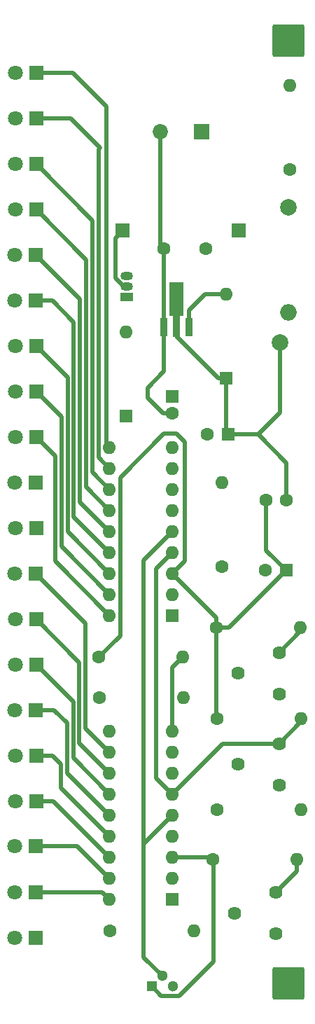
<source format=gbr>
%TF.GenerationSoftware,KiCad,Pcbnew,6.0.8-f2edbf62ab~116~ubuntu20.04.1*%
%TF.CreationDate,2022-11-01T19:33:50+01:00*%
%TF.ProjectId,temp,74656d70-2e6b-4696-9361-645f70636258,rev?*%
%TF.SameCoordinates,Original*%
%TF.FileFunction,Copper,L1,Top*%
%TF.FilePolarity,Positive*%
%FSLAX46Y46*%
G04 Gerber Fmt 4.6, Leading zero omitted, Abs format (unit mm)*
G04 Created by KiCad (PCBNEW 6.0.8-f2edbf62ab~116~ubuntu20.04.1) date 2022-11-01 19:33:50*
%MOMM*%
%LPD*%
G01*
G04 APERTURE LIST*
G04 Aperture macros list*
%AMRoundRect*
0 Rectangle with rounded corners*
0 $1 Rounding radius*
0 $2 $3 $4 $5 $6 $7 $8 $9 X,Y pos of 4 corners*
0 Add a 4 corners polygon primitive as box body*
4,1,4,$2,$3,$4,$5,$6,$7,$8,$9,$2,$3,0*
0 Add four circle primitives for the rounded corners*
1,1,$1+$1,$2,$3*
1,1,$1+$1,$4,$5*
1,1,$1+$1,$6,$7*
1,1,$1+$1,$8,$9*
0 Add four rect primitives between the rounded corners*
20,1,$1+$1,$2,$3,$4,$5,0*
20,1,$1+$1,$4,$5,$6,$7,0*
20,1,$1+$1,$6,$7,$8,$9,0*
20,1,$1+$1,$8,$9,$2,$3,0*%
%AMFreePoly0*
4,1,9,5.362500,-0.866500,1.237500,-0.866500,1.237500,-0.450000,-1.237500,-0.450000,-1.237500,0.450000,1.237500,0.450000,1.237500,0.866500,5.362500,0.866500,5.362500,-0.866500,5.362500,-0.866500,$1*%
G04 Aperture macros list end*
%TA.AperFunction,ComponentPad*%
%ADD10RoundRect,0.250002X-1.699998X-1.699998X1.699998X-1.699998X1.699998X1.699998X-1.699998X1.699998X0*%
%TD*%
%TA.AperFunction,ComponentPad*%
%ADD11R,1.800000X1.800000*%
%TD*%
%TA.AperFunction,ComponentPad*%
%ADD12C,1.800000*%
%TD*%
%TA.AperFunction,ComponentPad*%
%ADD13C,1.600000*%
%TD*%
%TA.AperFunction,ComponentPad*%
%ADD14O,1.600000X1.600000*%
%TD*%
%TA.AperFunction,ComponentPad*%
%ADD15C,1.620000*%
%TD*%
%TA.AperFunction,ComponentPad*%
%ADD16R,1.600000X1.600000*%
%TD*%
%TA.AperFunction,ComponentPad*%
%ADD17R,1.850000X1.850000*%
%TD*%
%TA.AperFunction,ComponentPad*%
%ADD18C,1.850000*%
%TD*%
%TA.AperFunction,ComponentPad*%
%ADD19R,1.300000X1.300000*%
%TD*%
%TA.AperFunction,ComponentPad*%
%ADD20C,1.300000*%
%TD*%
%TA.AperFunction,ComponentPad*%
%ADD21R,1.500000X1.050000*%
%TD*%
%TA.AperFunction,ComponentPad*%
%ADD22O,1.500000X1.050000*%
%TD*%
%TA.AperFunction,SMDPad,CuDef*%
%ADD23R,0.900000X2.300000*%
%TD*%
%TA.AperFunction,SMDPad,CuDef*%
%ADD24FreePoly0,90.000000*%
%TD*%
%TA.AperFunction,ComponentPad*%
%ADD25C,2.000000*%
%TD*%
%TA.AperFunction,ComponentPad*%
%ADD26O,2.000000X2.000000*%
%TD*%
%TA.AperFunction,SMDPad,CuDef*%
%ADD27C,2.000000*%
%TD*%
%TA.AperFunction,ComponentPad*%
%ADD28R,1.700000X1.700000*%
%TD*%
%TA.AperFunction,Conductor*%
%ADD29C,0.500000*%
%TD*%
G04 APERTURE END LIST*
D10*
%TO.P,Solar+,1,Pin_1*%
%TO.N,/supply/Solar+*%
X152000000Y-37000000D03*
%TD*%
D11*
%TO.P,D7,1,K*%
%TO.N,Net-(D7-Pad1)*%
X121537790Y-123461464D03*
D12*
%TO.P,D7,2,A*%
%TO.N,/temp_indicator/5V*%
X118997790Y-123461464D03*
%TD*%
D11*
%TO.P,D14,1,K*%
%TO.N,Net-(D14-Pad1)*%
X121537790Y-84961464D03*
D12*
%TO.P,D14,2,A*%
%TO.N,/temp_indicator/5V*%
X118997790Y-84961464D03*
%TD*%
D13*
%TO.P,R9,1*%
%TO.N,/temp_indicator/5V*%
X143340000Y-108000000D03*
D14*
%TO.P,R9,2*%
%TO.N,Net-(R10-Pad1)*%
X153500000Y-108000000D03*
%TD*%
D15*
%TO.P,R6,1*%
%TO.N,Net-(R5-Pad2)*%
X150500000Y-140000000D03*
%TO.P,R6,2*%
%TO.N,GND*%
X145500000Y-142500000D03*
%TO.P,R6,3*%
%TO.N,N/C*%
X150500000Y-145000000D03*
%TD*%
D11*
%TO.P,D3,1,K*%
%TO.N,Net-(D3-Pad1)*%
X121500000Y-145500000D03*
D12*
%TO.P,D3,2,A*%
%TO.N,/temp_indicator/5V*%
X118960000Y-145500000D03*
%TD*%
D11*
%TO.P,D9,1,K*%
%TO.N,Net-(D9-Pad1)*%
X121537790Y-112461464D03*
D12*
%TO.P,D9,2,A*%
%TO.N,/temp_indicator/5V*%
X118997790Y-112461464D03*
%TD*%
D16*
%TO.P,U5,1,LED1*%
%TO.N,Net-(D13-Pad1)*%
X138000000Y-106500000D03*
D14*
%TO.P,U5,2,V-*%
%TO.N,GND*%
X138000000Y-103960000D03*
%TO.P,U5,3,V+*%
%TO.N,/temp_indicator/5V*%
X138000000Y-101420000D03*
%TO.P,U5,4,RLO*%
%TO.N,Net-(R7-Pad2)*%
X138000000Y-98880000D03*
%TO.P,U5,5,SIG*%
%TO.N,Net-(U3-Pad2)*%
X138000000Y-96340000D03*
%TO.P,U5,6,RHI*%
%TO.N,Net-(R10-Pad1)*%
X138000000Y-93800000D03*
%TO.P,U5,7,REFOUT*%
%TO.N,Net-(R12-Pad1)*%
X138000000Y-91260000D03*
%TO.P,U5,8,REFADJ*%
%TO.N,GND*%
X138000000Y-88720000D03*
%TO.P,U5,9,MODE*%
%TO.N,unconnected-(U5-Pad9)*%
X138000000Y-86180000D03*
%TO.P,U5,10,LED10*%
%TO.N,Net-(D22-Pad1)*%
X130380000Y-86180000D03*
%TO.P,U5,11,LED9*%
%TO.N,Net-(D21-Pad1)*%
X130380000Y-88720000D03*
%TO.P,U5,12,LED8*%
%TO.N,Net-(D20-Pad1)*%
X130380000Y-91260000D03*
%TO.P,U5,13,LED7*%
%TO.N,Net-(D19-Pad1)*%
X130380000Y-93800000D03*
%TO.P,U5,14,LED6*%
%TO.N,Net-(D18-Pad1)*%
X130380000Y-96340000D03*
%TO.P,U5,15,LED5*%
%TO.N,Net-(D17-Pad1)*%
X130380000Y-98880000D03*
%TO.P,U5,16,LED4*%
%TO.N,Net-(D16-Pad1)*%
X130380000Y-101420000D03*
%TO.P,U5,17,LED3*%
%TO.N,Net-(D15-Pad1)*%
X130380000Y-103960000D03*
%TO.P,U5,18,LED2*%
%TO.N,Net-(D14-Pad1)*%
X130380000Y-106500000D03*
%TD*%
D13*
%TO.P,C3,1*%
%TO.N,Net-(C1-Pad1)*%
X142002515Y-62184058D03*
%TO.P,C3,2*%
%TO.N,GND*%
X137002515Y-62184058D03*
%TD*%
D11*
%TO.P,D12,1,K*%
%TO.N,Net-(D12-Pad1)*%
X121537790Y-95961464D03*
D12*
%TO.P,D12,2,A*%
%TO.N,/temp_indicator/5V*%
X118997790Y-95961464D03*
%TD*%
D11*
%TO.P,D8,1,K*%
%TO.N,Net-(D8-Pad1)*%
X121500000Y-117961464D03*
D12*
%TO.P,D8,2,A*%
%TO.N,/temp_indicator/5V*%
X118960000Y-117961464D03*
%TD*%
D11*
%TO.P,D21,1,K*%
%TO.N,Net-(D21-Pad1)*%
X121537790Y-46461464D03*
D12*
%TO.P,D21,2,A*%
%TO.N,/temp_indicator/5V*%
X118997790Y-46461464D03*
%TD*%
D13*
%TO.P,R4,1*%
%TO.N,/temp_indicator/5V*%
X129194233Y-116483702D03*
D14*
%TO.P,R4,2*%
%TO.N,Net-(D11-Pad1)*%
X139354233Y-116483702D03*
%TD*%
D11*
%TO.P,D15,1,K*%
%TO.N,Net-(D15-Pad1)*%
X121537790Y-79461464D03*
D12*
%TO.P,D15,2,A*%
%TO.N,/temp_indicator/5V*%
X118997790Y-79461464D03*
%TD*%
D16*
%TO.P,C1,1*%
%TO.N,Net-(C1-Pad1)*%
X138000000Y-80044888D03*
D13*
%TO.P,C1,2*%
%TO.N,GND*%
X138000000Y-82044888D03*
%TD*%
D17*
%TO.P,C2,1*%
%TO.N,Net-(C1-Pad1)*%
X141500000Y-48000000D03*
D18*
%TO.P,C2,2*%
%TO.N,GND*%
X136500000Y-48000000D03*
%TD*%
D19*
%TO.P,U3,1,+VS*%
%TO.N,/temp_indicator/5V*%
X135500000Y-151360000D03*
D20*
%TO.P,U3,2,Vout*%
%TO.N,Net-(U3-Pad2)*%
X136770000Y-150090000D03*
%TO.P,U3,3,GND*%
%TO.N,GND*%
X138040000Y-151360000D03*
%TD*%
D21*
%TO.P,U1,1,VO*%
%TO.N,Net-(D1-Pad2)*%
X132500000Y-68000000D03*
D22*
%TO.P,U1,2,GND*%
%TO.N,GND*%
X132500000Y-66730000D03*
%TO.P,U1,3,VI*%
%TO.N,/supply/Solar+*%
X132500000Y-65460000D03*
%TD*%
D15*
%TO.P,R10,1*%
%TO.N,Net-(R10-Pad1)*%
X150920000Y-111000000D03*
%TO.P,R10,2*%
%TO.N,GND*%
X145920000Y-113500000D03*
%TO.P,R10,3*%
%TO.N,N/C*%
X150920000Y-116000000D03*
%TD*%
D23*
%TO.P,U2,1,GND*%
%TO.N,GND*%
X137000000Y-71650000D03*
D24*
%TO.P,U2,2,VO*%
%TO.N,/supply/5V*%
X138500000Y-71562500D03*
D23*
%TO.P,U2,3,VI*%
%TO.N,Net-(D2-Pad2)*%
X140000000Y-71650000D03*
%TD*%
D11*
%TO.P,D10,1,K*%
%TO.N,Net-(D10-Pad1)*%
X121537790Y-106961464D03*
D12*
%TO.P,D10,2,A*%
%TO.N,/temp_indicator/5V*%
X118997790Y-106961464D03*
%TD*%
D16*
%TO.P,D1,1,K*%
%TO.N,Net-(C1-Pad1)*%
X132386961Y-82438882D03*
D14*
%TO.P,D1,2,A*%
%TO.N,Net-(D1-Pad2)*%
X132386961Y-72278882D03*
%TD*%
D13*
%TO.P,R2,1*%
%TO.N,/temp_indicator/5V*%
X130420000Y-144664602D03*
D14*
%TO.P,R2,2*%
%TO.N,Net-(D3-Pad1)*%
X140580000Y-144664602D03*
%TD*%
D13*
%TO.P,R5,1*%
%TO.N,/temp_indicator/5V*%
X142920000Y-136000000D03*
D14*
%TO.P,R5,2*%
%TO.N,Net-(R5-Pad2)*%
X153080000Y-136000000D03*
%TD*%
%TO.P,R7,2*%
%TO.N,Net-(R7-Pad2)*%
X153580000Y-119000000D03*
D13*
%TO.P,R7,1*%
%TO.N,/temp_indicator/5V*%
X143420000Y-119000000D03*
%TD*%
%TO.P,R11,1*%
%TO.N,/temp_indicator/5V*%
X129093690Y-111555833D03*
D14*
%TO.P,R11,2*%
%TO.N,Net-(D13-Pad1)*%
X139253690Y-111555833D03*
%TD*%
D11*
%TO.P,D11,1,K*%
%TO.N,Net-(D11-Pad1)*%
X121500000Y-101461464D03*
D12*
%TO.P,D11,2,A*%
%TO.N,/temp_indicator/5V*%
X118960000Y-101461464D03*
%TD*%
D11*
%TO.P,D17,1,K*%
%TO.N,Net-(D17-Pad1)*%
X121500000Y-68461464D03*
D12*
%TO.P,D17,2,A*%
%TO.N,/temp_indicator/5V*%
X118960000Y-68461464D03*
%TD*%
D11*
%TO.P,D4,1,K*%
%TO.N,Net-(D4-Pad1)*%
X121500000Y-139952210D03*
D12*
%TO.P,D4,2,A*%
%TO.N,/temp_indicator/5V*%
X118960000Y-139952210D03*
%TD*%
D11*
%TO.P,D5,1,K*%
%TO.N,Net-(D5-Pad1)*%
X121500000Y-134412210D03*
D12*
%TO.P,D5,2,A*%
%TO.N,/temp_indicator/5V*%
X118960000Y-134412210D03*
%TD*%
D11*
%TO.P,D22,1,K*%
%TO.N,Net-(D22-Pad1)*%
X121537790Y-40961464D03*
D12*
%TO.P,D22,2,A*%
%TO.N,/temp_indicator/5V*%
X118997790Y-40961464D03*
%TD*%
D16*
%TO.P,D2,1,K*%
%TO.N,/supply/5V*%
X144500000Y-77850000D03*
D14*
%TO.P,D2,2,A*%
%TO.N,Net-(D2-Pad2)*%
X144500000Y-67690000D03*
%TD*%
D13*
%TO.P,R1,1*%
%TO.N,Net-(J3-Pad1)*%
X152214143Y-52580000D03*
D14*
%TO.P,R1,2*%
%TO.N,Net-(C1-Pad1)*%
X152214143Y-42420000D03*
%TD*%
D13*
%TO.P,R12,1*%
%TO.N,Net-(R12-Pad1)*%
X144000000Y-100580000D03*
D14*
%TO.P,R12,2*%
%TO.N,GND*%
X144000000Y-90420000D03*
%TD*%
D13*
%TO.P,SW1,1,A*%
%TO.N,/supply/5V*%
X151817428Y-92566007D03*
%TO.P,SW1,2,B*%
%TO.N,/temp_indicator/5V*%
X149317428Y-92566007D03*
%TD*%
D25*
%TO.P,L1,1,1*%
%TO.N,Net-(C1-Pad1)*%
X152000000Y-57150000D03*
D26*
%TO.P,L1,2,2*%
%TO.N,Net-(D2-Pad2)*%
X152000000Y-69850000D03*
%TD*%
D27*
%TO.P,TP1,1,1*%
%TO.N,/supply/5V*%
X151000000Y-73500000D03*
%TD*%
D28*
%TO.P,GND,1,Pin_1*%
%TO.N,GND*%
X132000000Y-60000000D03*
%TD*%
D16*
%TO.P,C5,1*%
%TO.N,/temp_indicator/5V*%
X151749808Y-101066007D03*
D13*
%TO.P,C5,2*%
%TO.N,GND*%
X149249808Y-101066007D03*
%TD*%
D10*
%TO.P,Solar-,1,Pin_1*%
%TO.N,GND*%
X152000000Y-151000000D03*
%TD*%
D28*
%TO.P,5V,1,Pin_1*%
%TO.N,Net-(J3-Pad1)*%
X146000000Y-60000000D03*
%TD*%
D11*
%TO.P,D6,1,K*%
%TO.N,Net-(D6-Pad1)*%
X121537790Y-128961464D03*
D12*
%TO.P,D6,2,A*%
%TO.N,/temp_indicator/5V*%
X118997790Y-128961464D03*
%TD*%
D15*
%TO.P,R8,1*%
%TO.N,Net-(R7-Pad2)*%
X150920000Y-122000000D03*
%TO.P,R8,2*%
%TO.N,GND*%
X145920000Y-124500000D03*
%TO.P,R8,3*%
%TO.N,N/C*%
X150920000Y-127000000D03*
%TD*%
D11*
%TO.P,D13,1,K*%
%TO.N,Net-(D13-Pad1)*%
X121500000Y-90461464D03*
D12*
%TO.P,D13,2,A*%
%TO.N,/temp_indicator/5V*%
X118960000Y-90461464D03*
%TD*%
D11*
%TO.P,D18,1,K*%
%TO.N,Net-(D18-Pad1)*%
X121500000Y-62961464D03*
D12*
%TO.P,D18,2,A*%
%TO.N,/temp_indicator/5V*%
X118960000Y-62961464D03*
%TD*%
D11*
%TO.P,D19,1,K*%
%TO.N,Net-(D19-Pad1)*%
X121537790Y-57461464D03*
D12*
%TO.P,D19,2,A*%
%TO.N,/temp_indicator/5V*%
X118997790Y-57461464D03*
%TD*%
D11*
%TO.P,D20,1,K*%
%TO.N,Net-(D20-Pad1)*%
X121537790Y-51961464D03*
D12*
%TO.P,D20,2,A*%
%TO.N,/temp_indicator/5V*%
X118997790Y-51961464D03*
%TD*%
D13*
%TO.P,R3,1*%
%TO.N,Net-(R3-Pad1)*%
X143420000Y-130000000D03*
D14*
%TO.P,R3,2*%
%TO.N,GND*%
X153580000Y-130000000D03*
%TD*%
D16*
%TO.P,U4,1,LED1*%
%TO.N,Net-(D3-Pad1)*%
X137982822Y-140825461D03*
D14*
%TO.P,U4,2,V-*%
%TO.N,GND*%
X137982822Y-138285461D03*
%TO.P,U4,3,V+*%
%TO.N,/temp_indicator/5V*%
X137982822Y-135745461D03*
%TO.P,U4,4,RLO*%
%TO.N,Net-(R5-Pad2)*%
X137982822Y-133205461D03*
%TO.P,U4,5,SIG*%
%TO.N,Net-(U3-Pad2)*%
X137982822Y-130665461D03*
%TO.P,U4,6,RHI*%
%TO.N,Net-(R7-Pad2)*%
X137982822Y-128125461D03*
%TO.P,U4,7,REFOUT*%
%TO.N,Net-(R3-Pad1)*%
X137982822Y-125585461D03*
%TO.P,U4,8,REFADJ*%
%TO.N,GND*%
X137982822Y-123045461D03*
%TO.P,U4,9,MODE*%
%TO.N,Net-(D13-Pad1)*%
X137982822Y-120505461D03*
%TO.P,U4,10,LED10*%
%TO.N,Net-(D12-Pad1)*%
X130362822Y-120505461D03*
%TO.P,U4,11,LED9*%
%TO.N,Net-(D11-Pad1)*%
X130362822Y-123045461D03*
%TO.P,U4,12,LED8*%
%TO.N,Net-(D10-Pad1)*%
X130362822Y-125585461D03*
%TO.P,U4,13,LED7*%
%TO.N,Net-(D9-Pad1)*%
X130362822Y-128125461D03*
%TO.P,U4,14,LED6*%
%TO.N,Net-(D8-Pad1)*%
X130362822Y-130665461D03*
%TO.P,U4,15,LED5*%
%TO.N,Net-(D7-Pad1)*%
X130362822Y-133205461D03*
%TO.P,U4,16,LED4*%
%TO.N,Net-(D6-Pad1)*%
X130362822Y-135745461D03*
%TO.P,U4,17,LED3*%
%TO.N,Net-(D5-Pad1)*%
X130362822Y-138285461D03*
%TO.P,U4,18,LED2*%
%TO.N,Net-(D4-Pad1)*%
X130362822Y-140825461D03*
%TD*%
D11*
%TO.P,D16,1,K*%
%TO.N,Net-(D16-Pad1)*%
X121537790Y-73961464D03*
D12*
%TO.P,D16,2,A*%
%TO.N,/temp_indicator/5V*%
X118997790Y-73961464D03*
%TD*%
D16*
%TO.P,C4,1*%
%TO.N,/supply/5V*%
X144720494Y-84614342D03*
D13*
%TO.P,C4,2*%
%TO.N,GND*%
X142220494Y-84614342D03*
%TD*%
D29*
%TO.N,GND*%
X135000000Y-80176258D02*
X136868630Y-82044888D01*
X136500000Y-61681543D02*
X137002515Y-62184058D01*
X131110000Y-65744569D02*
X132095431Y-66730000D01*
X137000000Y-71650000D02*
X137000000Y-62186573D01*
X137000000Y-71650000D02*
X137000000Y-77000000D01*
X132095431Y-66730000D02*
X132500000Y-66730000D01*
X131110000Y-60890000D02*
X131110000Y-65744569D01*
X132000000Y-60000000D02*
X131110000Y-60890000D01*
X136500000Y-48000000D02*
X136500000Y-61500000D01*
X137000000Y-62186573D02*
X137002515Y-62184058D01*
X136500000Y-61500000D02*
X136500000Y-61681543D01*
X137000000Y-77000000D02*
X135000000Y-79000000D01*
X136868630Y-82044888D02*
X138000000Y-82044888D01*
X135000000Y-79000000D02*
X135000000Y-80176258D01*
%TO.N,/supply/5V*%
X144500000Y-77850000D02*
X144500000Y-84393848D01*
X144720494Y-84614342D02*
X148385658Y-84614342D01*
X138500000Y-71562500D02*
X138500000Y-72750000D01*
X151000000Y-82000000D02*
X151000000Y-73500000D01*
X148385658Y-84614342D02*
X151000000Y-82000000D01*
X151817428Y-88046112D02*
X151817428Y-92566007D01*
X144500000Y-84393848D02*
X144720494Y-84614342D01*
X148385658Y-84614342D02*
X151817428Y-88046112D01*
X143600000Y-77850000D02*
X144500000Y-77850000D01*
X138500000Y-72750000D02*
X143600000Y-77850000D01*
%TO.N,Net-(D4-Pad1)*%
X129489571Y-139952210D02*
X130362822Y-140825461D01*
X121500000Y-139952210D02*
X129489571Y-139952210D01*
%TO.N,Net-(D5-Pad1)*%
X126489571Y-134412210D02*
X130362822Y-138285461D01*
X121500000Y-134412210D02*
X126489571Y-134412210D01*
%TO.N,Net-(D6-Pad1)*%
X123578825Y-128961464D02*
X130362822Y-135745461D01*
X121537790Y-128961464D02*
X123578825Y-128961464D01*
%TO.N,Net-(D7-Pad1)*%
X124500000Y-127342639D02*
X130362822Y-133205461D01*
X123461464Y-123461464D02*
X124500000Y-124500000D01*
X124500000Y-124500000D02*
X124500000Y-127342639D01*
X121537790Y-123461464D02*
X123461464Y-123461464D01*
%TO.N,Net-(D8-Pad1)*%
X125250000Y-125552639D02*
X130362822Y-130665461D01*
X121500000Y-117961464D02*
X123711464Y-117961464D01*
X125250000Y-119500000D02*
X125250000Y-125552639D01*
X123711464Y-117961464D02*
X125250000Y-119500000D01*
%TO.N,Net-(D9-Pad1)*%
X121537790Y-112461464D02*
X126000000Y-116923674D01*
X126000000Y-116923674D02*
X126000000Y-123762639D01*
X126000000Y-123762639D02*
X130362822Y-128125461D01*
%TO.N,Net-(D10-Pad1)*%
X121537790Y-106961464D02*
X126750000Y-112173674D01*
X126750000Y-112173674D02*
X126750000Y-121972639D01*
X126750000Y-121972639D02*
X130362822Y-125585461D01*
%TO.N,Net-(D11-Pad1)*%
X127500000Y-120182639D02*
X130362822Y-123045461D01*
X121500000Y-101461464D02*
X127500000Y-107461464D01*
X127500000Y-107461464D02*
X127500000Y-120182639D01*
%TO.N,Net-(D14-Pad1)*%
X123830000Y-99950000D02*
X130380000Y-106500000D01*
X121537790Y-84961464D02*
X123830000Y-87253674D01*
X123830000Y-87253674D02*
X123830000Y-99950000D01*
%TO.N,Net-(D15-Pad1)*%
X124580000Y-98160000D02*
X130380000Y-103960000D01*
X121537790Y-79461464D02*
X124580000Y-82503674D01*
X124580000Y-82503674D02*
X124580000Y-98160000D01*
%TO.N,Net-(D16-Pad1)*%
X121537790Y-73961464D02*
X125330000Y-77753674D01*
X125330000Y-96370000D02*
X130380000Y-101420000D01*
X125330000Y-77753674D02*
X125330000Y-96370000D01*
%TO.N,Net-(D17-Pad1)*%
X126080000Y-71080000D02*
X126080000Y-94580000D01*
X121500000Y-68461464D02*
X123461464Y-68461464D01*
X126080000Y-94580000D02*
X130380000Y-98880000D01*
X123461464Y-68461464D02*
X126080000Y-71080000D01*
%TO.N,Net-(D18-Pad1)*%
X126830000Y-68291464D02*
X126830000Y-92790000D01*
X126830000Y-92790000D02*
X130380000Y-96340000D01*
X121500000Y-62961464D02*
X126830000Y-68291464D01*
%TO.N,Net-(D19-Pad1)*%
X121537790Y-57461464D02*
X127580000Y-63503674D01*
X127580000Y-91000000D02*
X130380000Y-93800000D01*
X127580000Y-63503674D02*
X127580000Y-91000000D01*
%TO.N,Net-(D20-Pad1)*%
X128330000Y-58753674D02*
X128330000Y-89210000D01*
X128330000Y-89210000D02*
X130380000Y-91260000D01*
X121537790Y-51961464D02*
X128330000Y-58753674D01*
%TO.N,Net-(D21-Pad1)*%
X129080000Y-50170000D02*
X129080000Y-87420000D01*
X129080000Y-87420000D02*
X130380000Y-88720000D01*
X125711464Y-46461464D02*
X129250000Y-50000000D01*
X129250000Y-50000000D02*
X129080000Y-50170000D01*
X121537790Y-46461464D02*
X125711464Y-46461464D01*
%TO.N,/temp_indicator/5V*%
X143340000Y-106760000D02*
X138000000Y-101420000D01*
X138850000Y-152510000D02*
X143000000Y-148360000D01*
X143340000Y-108000000D02*
X143340000Y-106760000D01*
X131680000Y-108969523D02*
X131680000Y-89820000D01*
X137982822Y-135745461D02*
X142665461Y-135745461D01*
X135500000Y-151360000D02*
X136650000Y-152510000D01*
X129093690Y-111555833D02*
X131680000Y-108969523D01*
X142665461Y-135745461D02*
X142920000Y-136000000D01*
X137000000Y-84500000D02*
X138500000Y-84500000D01*
X149317428Y-92566007D02*
X149317428Y-98633627D01*
X131680000Y-89820000D02*
X137000000Y-84500000D01*
X143000000Y-148360000D02*
X143000000Y-136080000D01*
X136650000Y-152510000D02*
X138850000Y-152510000D01*
X151749808Y-101066007D02*
X144815815Y-108000000D01*
X139500000Y-85500000D02*
X139500000Y-99920000D01*
X143000000Y-136080000D02*
X142920000Y-136000000D01*
X144815815Y-108000000D02*
X143340000Y-108000000D01*
X139500000Y-99920000D02*
X138000000Y-101420000D01*
X149317428Y-98633627D02*
X151749808Y-101066007D01*
X138500000Y-84500000D02*
X139500000Y-85500000D01*
X143340000Y-118920000D02*
X143420000Y-119000000D01*
X143340000Y-108000000D02*
X143340000Y-118920000D01*
%TO.N,Net-(U3-Pad2)*%
X134500000Y-99840000D02*
X138000000Y-96340000D01*
X134500000Y-134148283D02*
X134500000Y-147820000D01*
X134500000Y-147820000D02*
X136770000Y-150090000D01*
X134500000Y-134148283D02*
X137982822Y-130665461D01*
X134500000Y-134148283D02*
X134500000Y-99840000D01*
%TO.N,Net-(D2-Pad2)*%
X140000000Y-71650000D02*
X140000000Y-69650000D01*
X141960000Y-67690000D02*
X144500000Y-67690000D01*
X140000000Y-69650000D02*
X141960000Y-67690000D01*
%TO.N,Net-(D22-Pad1)*%
X130000000Y-85800000D02*
X130000000Y-45000000D01*
X130380000Y-86180000D02*
X130000000Y-85800000D01*
X125961464Y-40961464D02*
X121537790Y-40961464D01*
X130000000Y-45000000D02*
X125961464Y-40961464D01*
%TO.N,Net-(D13-Pad1)*%
X139253690Y-111555833D02*
X138000000Y-112809523D01*
X138000000Y-112809523D02*
X138000000Y-113000000D01*
X138000000Y-113000000D02*
X137982822Y-113017178D01*
X137982822Y-113017178D02*
X137982822Y-120505461D01*
%TO.N,Net-(R5-Pad2)*%
X153080000Y-137420000D02*
X150500000Y-140000000D01*
X153080000Y-136000000D02*
X153080000Y-137420000D01*
%TO.N,Net-(R7-Pad2)*%
X150920000Y-122000000D02*
X144108283Y-122000000D01*
X136000000Y-126142639D02*
X136000000Y-100880000D01*
X153580000Y-119340000D02*
X150920000Y-122000000D01*
X136000000Y-100880000D02*
X138000000Y-98880000D01*
X153580000Y-119000000D02*
X153580000Y-119340000D01*
X137982822Y-128125461D02*
X136000000Y-126142639D01*
X144108283Y-122000000D02*
X137982822Y-128125461D01*
%TO.N,Net-(R10-Pad1)*%
X153500000Y-108000000D02*
X153500000Y-108420000D01*
X153500000Y-108420000D02*
X150920000Y-111000000D01*
%TD*%
M02*

</source>
